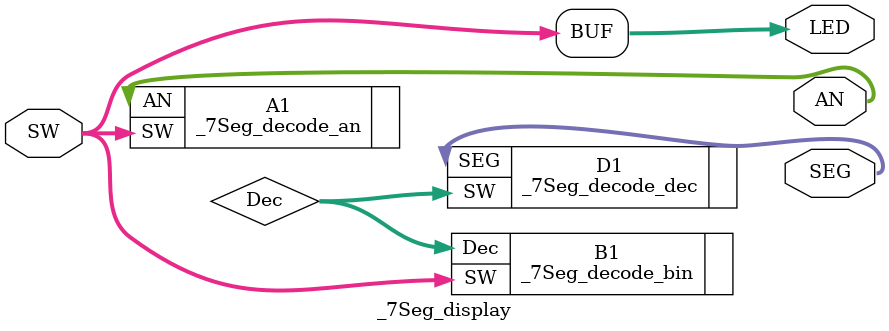
<source format=v>
`timescale 1ns / 1ps


module _7Seg_display(
SW, SEG, AN, LED
    );
    input[15:0] SW;
    output[7:0] SEG;
    output[7:0] AN;
    output[15:0] LED;
    wire[3:0] Dec;
    _7Seg_decode_an A1(.SW(SW), .AN(AN));
    _7Seg_decode_bin B1(.SW(SW), .Dec(Dec));
    _7Seg_decode_dec D1(.SW(Dec), .SEG(SEG));
    assign LED = SW;
    
endmodule

</source>
